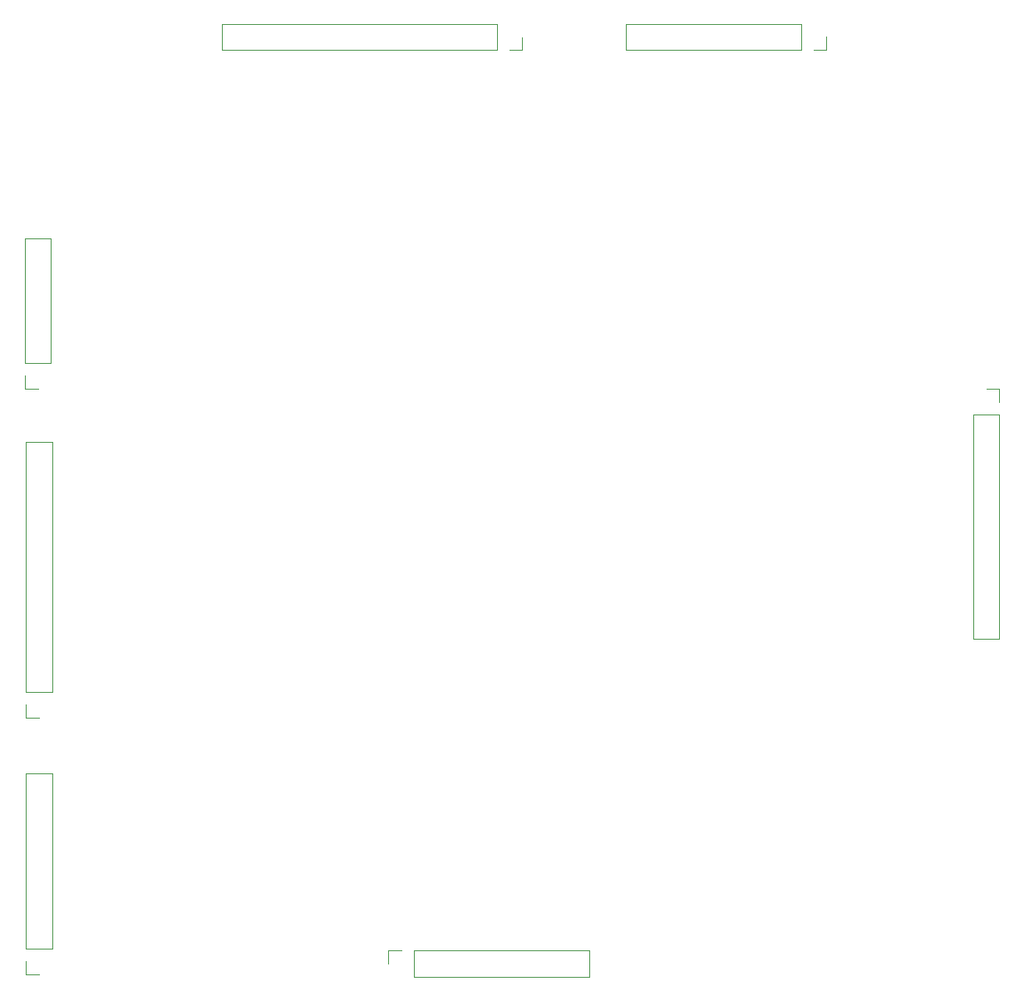
<source format=gbr>
%TF.GenerationSoftware,KiCad,Pcbnew,(6.0.0-0)*%
%TF.CreationDate,2022-02-14T22:32:37-05:00*%
%TF.ProjectId,control-unit,636f6e74-726f-46c2-9d75-6e69742e6b69,rev?*%
%TF.SameCoordinates,Original*%
%TF.FileFunction,Legend,Bot*%
%TF.FilePolarity,Positive*%
%FSLAX46Y46*%
G04 Gerber Fmt 4.6, Leading zero omitted, Abs format (unit mm)*
G04 Created by KiCad (PCBNEW (6.0.0-0)) date 2022-02-14 22:32:37*
%MOMM*%
%LPD*%
G01*
G04 APERTURE LIST*
%ADD10C,0.120000*%
G04 APERTURE END LIST*
D10*
%TO.C,J1*%
X140466000Y-150747000D02*
X140466000Y-153407000D01*
X122626000Y-150747000D02*
X140466000Y-150747000D01*
X122626000Y-153407000D02*
X140466000Y-153407000D01*
X122626000Y-150747000D02*
X122626000Y-153407000D01*
X121356000Y-150747000D02*
X120026000Y-150747000D01*
X120026000Y-150747000D02*
X120026000Y-152077000D01*
%TO.C,J3*%
X83116000Y-98945000D02*
X85776000Y-98945000D01*
X83116000Y-124405000D02*
X83116000Y-98945000D01*
X85776000Y-124405000D02*
X85776000Y-98945000D01*
X83116000Y-124405000D02*
X85776000Y-124405000D01*
X83116000Y-125675000D02*
X83116000Y-127005000D01*
X83116000Y-127005000D02*
X84446000Y-127005000D01*
%TO.C,J4*%
X182246000Y-119002000D02*
X179586000Y-119002000D01*
X182246000Y-96082000D02*
X182246000Y-119002000D01*
X179586000Y-96082000D02*
X179586000Y-119002000D01*
X182246000Y-96082000D02*
X179586000Y-96082000D01*
X182246000Y-94812000D02*
X182246000Y-93482000D01*
X182246000Y-93482000D02*
X180916000Y-93482000D01*
%TO.C,J5*%
X82998000Y-78137000D02*
X85658000Y-78137000D01*
X82998000Y-90897000D02*
X82998000Y-78137000D01*
X85658000Y-90897000D02*
X85658000Y-78137000D01*
X82998000Y-90897000D02*
X85658000Y-90897000D01*
X82998000Y-92167000D02*
X82998000Y-93497000D01*
X82998000Y-93497000D02*
X84328000Y-93497000D01*
%TO.C,J6*%
X103049000Y-58988000D02*
X103049000Y-56328000D01*
X131049000Y-58988000D02*
X103049000Y-58988000D01*
X131049000Y-56328000D02*
X103049000Y-56328000D01*
X131049000Y-58988000D02*
X131049000Y-56328000D01*
X132319000Y-58988000D02*
X133649000Y-58988000D01*
X133649000Y-58988000D02*
X133649000Y-57658000D01*
%TO.C,J7*%
X144206000Y-58972000D02*
X144206000Y-56312000D01*
X162046000Y-58972000D02*
X144206000Y-58972000D01*
X162046000Y-56312000D02*
X144206000Y-56312000D01*
X162046000Y-58972000D02*
X162046000Y-56312000D01*
X163316000Y-58972000D02*
X164646000Y-58972000D01*
X164646000Y-58972000D02*
X164646000Y-57642000D01*
%TO.C,J2*%
X83116000Y-132722000D02*
X85776000Y-132722000D01*
X83116000Y-150562000D02*
X83116000Y-132722000D01*
X85776000Y-150562000D02*
X85776000Y-132722000D01*
X83116000Y-150562000D02*
X85776000Y-150562000D01*
X83116000Y-151832000D02*
X83116000Y-153162000D01*
X83116000Y-153162000D02*
X84446000Y-153162000D01*
%TD*%
M02*

</source>
